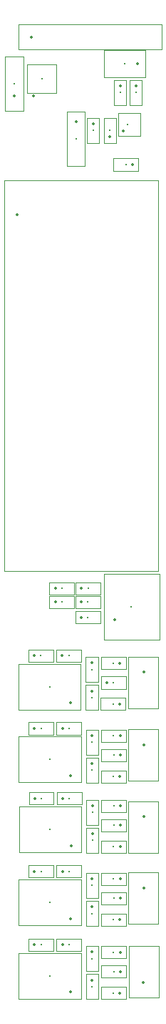
<source format=gbr>
%TF.GenerationSoftware,KiCad,Pcbnew,(6.0.6)*%
%TF.CreationDate,2022-09-06T13:28:06+02:00*%
%TF.ProjectId,PAINTREv4,5041494e-5452-4457-9634-2e6b69636164,rev?*%
%TF.SameCoordinates,Original*%
%TF.FileFunction,Component,L1,Top*%
%TF.FilePolarity,Positive*%
%FSLAX46Y46*%
G04 Gerber Fmt 4.6, Leading zero omitted, Abs format (unit mm)*
G04 Created by KiCad (PCBNEW (6.0.6)) date 2022-09-06 13:28:06*
%MOMM*%
%LPD*%
G01*
G04 APERTURE LIST*
%TA.AperFunction,ComponentMain*%
%ADD10C,0.300000*%
%TD*%
%TA.AperFunction,ComponentOutline,Courtyard*%
%ADD11C,0.100000*%
%TD*%
%TA.AperFunction,ComponentPin*%
%ADD12P,0.360000X4X0.000000*%
%TD*%
%TA.AperFunction,ComponentPin*%
%ADD13C,0.000000*%
%TD*%
G04 APERTURE END LIST*
D10*
%TO.C,"L5"*%
%TO.CFtp,"ferrite_bead_1206"*%
%TO.CVal,"Ferrite_Bead_Small"*%
%TO.CLbN,"Library"*%
%TO.CMnt,SMD*%
%TO.CRot,90*%
X126615000Y-39480000D03*
D11*
X127714999Y-42729999D02*
X125505001Y-42729999D01*
X125505001Y-36230001D01*
X127714999Y-36230001D01*
X127714999Y-42729999D01*
D12*
%TO.P,"L5","1"*%
X126615000Y-40880000D03*
D13*
%TO.P,"L5","2"*%
X126615000Y-38080000D03*
%TD*%
D10*
%TO.C,"C7"*%
%TO.CFtp,"C_1206_HandSoldering_silkscreenlabel"*%
%TO.CVal,"10u"*%
%TO.CLbN,"Library"*%
%TO.CMnt,SMD*%
%TO.CRot,-90*%
X134000000Y-46000000D03*
D11*
X135049999Y-49249999D02*
X132950001Y-49249999D01*
X132950001Y-42750001D01*
X135049999Y-42750001D01*
X135049999Y-49249999D01*
D12*
%TO.P,"C7","1"*%
X134000000Y-44000000D03*
D13*
%TO.P,"C7","2"*%
X134000000Y-48000000D03*
%TD*%
D10*
%TO.C,"F1"*%
%TO.CFtp,"Fuse_0603_1608Metric"*%
%TO.CVal,"Polyfuse"*%
%TO.CLbN,"Library"*%
%TO.CMnt,SMD*%
%TO.CRot,0*%
X135400000Y-102600000D03*
D11*
X136879999Y-103329999D02*
X133920001Y-103329999D01*
X133920001Y-101870001D01*
X136879999Y-101870001D01*
X136879999Y-103329999D01*
D12*
%TO.P,"F1","1"*%
X134612500Y-102600000D03*
D13*
%TO.P,"F1","2"*%
X136187500Y-102600000D03*
%TD*%
D10*
%TO.C,"Ri2cSDA1"*%
%TO.CFtp,"R_0603_1608Metric_fabdesignatorsmall"*%
%TO.CVal,"500"*%
%TO.CLbN,"Library"*%
%TO.CMnt,SMD*%
%TO.CRot,0*%
X135400000Y-100800000D03*
D11*
X136879999Y-101529999D02*
X133920001Y-101529999D01*
X133920001Y-100070001D01*
X136879999Y-100070001D01*
X136879999Y-101529999D01*
D12*
%TO.P,"Ri2cSDA1","1"*%
X134612500Y-100800000D03*
D13*
%TO.P,"Ri2cSDA1","2"*%
X136187500Y-100800000D03*
%TD*%
D10*
%TO.C,"Ri2cSCL2"*%
%TO.CFtp,"R_0603_1608Metric_fabdesignatorsmall"*%
%TO.CVal,"500"*%
%TO.CLbN,"Library"*%
%TO.CMnt,SMD*%
%TO.CRot,0*%
X132312500Y-99200000D03*
D11*
X133792499Y-99929999D02*
X130832501Y-99929999D01*
X130832501Y-98470001D01*
X133792499Y-98470001D01*
X133792499Y-99929999D01*
D12*
%TO.P,"Ri2cSCL2","1"*%
X131525000Y-99200000D03*
D13*
%TO.P,"Ri2cSCL2","2"*%
X133100000Y-99200000D03*
%TD*%
D10*
%TO.C,"Ri2cSDA2"*%
%TO.CFtp,"R_0603_1608Metric_fabdesignatorsmall"*%
%TO.CVal,"500"*%
%TO.CLbN,"Library"*%
%TO.CMnt,SMD*%
%TO.CRot,0*%
X132300000Y-100800000D03*
D11*
X133779999Y-101529999D02*
X130820001Y-101529999D01*
X130820001Y-100070001D01*
X133779999Y-100070001D01*
X133779999Y-101529999D01*
D12*
%TO.P,"Ri2cSDA2","1"*%
X131512500Y-100800000D03*
D13*
%TO.P,"Ri2cSDA2","2"*%
X133087500Y-100800000D03*
%TD*%
D10*
%TO.C,"Ri2cSCL1"*%
%TO.CFtp,"R_0603_1608Metric_fabdesignatorsmall"*%
%TO.CVal,"500"*%
%TO.CLbN,"Library"*%
%TO.CMnt,SMD*%
%TO.CRot,0*%
X135412500Y-99200000D03*
D11*
X136892499Y-99929999D02*
X133932501Y-99929999D01*
X133932501Y-98470001D01*
X136892499Y-98470001D01*
X136892499Y-99929999D01*
D12*
%TO.P,"Ri2cSCL1","1"*%
X134625000Y-99200000D03*
D13*
%TO.P,"Ri2cSCL1","2"*%
X136200000Y-99200000D03*
%TD*%
D10*
%TO.C,"J1"*%
%TO.CFtp,"PinSocket_1x08_P2.00mm_Vertical"*%
%TO.CVal,"ethernet"*%
%TO.CLbN,"Connector_PinSocket_2.00mm"*%
%TO.CMnt,TH*%
%TO.CRot,90*%
X128665000Y-33950000D03*
D11*
X144164999Y-35449999D02*
X127165001Y-35449999D01*
X127165001Y-32450001D01*
X144164999Y-32450001D01*
X144164999Y-35449999D01*
D12*
%TO.P,"J1","1","Pin_1"*%
X128665000Y-33950000D03*
D13*
%TO.P,"J1","2","Pin_2"*%
X130665000Y-33950000D03*
%TO.P,"J1","3","Pin_3"*%
X132665000Y-33950000D03*
%TO.P,"J1","4","Pin_4"*%
X134665000Y-33950000D03*
%TO.P,"J1","5","Pin_5"*%
X136665000Y-33950000D03*
%TO.P,"J1","6","Pin_6"*%
X138665000Y-33950000D03*
%TO.P,"J1","7","Pin_7"*%
X140665000Y-33950000D03*
%TO.P,"J1","8","Pin_8"*%
X142665000Y-33950000D03*
%TD*%
D10*
%TO.C,"J7"*%
%TO.CFtp,"JST_SH_SM04B-SRSS-TB_04x1.00mm_Angled"*%
%TO.CVal,"BN080"*%
%TO.CLbN,"Library"*%
%TO.CMnt,SMD*%
%TO.CRot,90*%
X140537500Y-101400000D03*
D11*
X143887499Y-105299999D02*
X137287501Y-105299999D01*
X137287501Y-97500001D01*
X143887499Y-97500001D01*
X143887499Y-105299999D01*
D12*
%TO.P,"J7","1","Pin_1"*%
X138600000Y-102900000D03*
D13*
%TO.P,"J7",*%
X142475000Y-98600000D03*
X142475000Y-104200000D03*
%TO.P,"J7","2","Pin_2"*%
X138600000Y-101900000D03*
%TO.P,"J7","3","Pin_3"*%
X138600000Y-100900000D03*
%TO.P,"J7","4","Pin_4"*%
X138600000Y-99900000D03*
%TD*%
D10*
%TO.C,"R54"*%
%TO.CFtp,"R_0603_1608Metric_fabdesignatorsmall"*%
%TO.CVal,"10k"*%
%TO.CLbN,"Library"*%
%TO.CMnt,SMD*%
%TO.CRot,180*%
X139927500Y-49050000D03*
D11*
X141407499Y-49779999D02*
X138447501Y-49779999D01*
X138447501Y-48320001D01*
X141407499Y-48320001D01*
X141407499Y-49779999D01*
D12*
%TO.P,"R54","1"*%
X140715000Y-49050000D03*
D13*
%TO.P,"R54","2"*%
X139140000Y-49050000D03*
%TD*%
D10*
%TO.C,"C26"*%
%TO.CFtp,"C_0603_1608Metric_fabdesignatorsmall"*%
%TO.CVal,".01u"*%
%TO.CLbN,"Library"*%
%TO.CMnt,SMD*%
%TO.CRot,180*%
X138482000Y-127206000D03*
D11*
X139961999Y-127935999D02*
X137002001Y-127935999D01*
X137002001Y-126476001D01*
X139961999Y-126476001D01*
X139961999Y-127935999D01*
D12*
%TO.P,"C26","1"*%
X139257000Y-127206000D03*
D13*
%TO.P,"C26","2"*%
X137707000Y-127206000D03*
%TD*%
D10*
%TO.C,"R16"*%
%TO.CFtp,"R_0603_1608Metric_fabdesignatorsmall"*%
%TO.CVal,"1M"*%
%TO.CLbN,"Library"*%
%TO.CMnt,SMD*%
%TO.CRot,0*%
X129861500Y-124031000D03*
D11*
X131341499Y-124760999D02*
X128381501Y-124760999D01*
X128381501Y-123301001D01*
X131341499Y-123301001D01*
X131341499Y-124760999D01*
D12*
%TO.P,"R16","1"*%
X129074000Y-124031000D03*
D13*
%TO.P,"R16","2"*%
X130649000Y-124031000D03*
%TD*%
D10*
%TO.C,"C22"*%
%TO.CFtp,"C_0603_1608Metric_fabdesignatorsmall"*%
%TO.CVal,".1u"*%
%TO.CLbN,"Library"*%
%TO.CMnt,SMD*%
%TO.CRot,-90*%
X135904000Y-146311000D03*
D11*
X136633999Y-147790999D02*
X135174001Y-147790999D01*
X135174001Y-144831001D01*
X136633999Y-144831001D01*
X136633999Y-147790999D01*
D12*
%TO.P,"C22","1"*%
X135904000Y-145536000D03*
D13*
%TO.P,"C22","2"*%
X135904000Y-147086000D03*
%TD*%
D10*
%TO.C,"R57"*%
%TO.CFtp,"R_1210_3225Metric_Pad1.30x2.65mm_HandSolder"*%
%TO.CVal,"120r"*%
%TO.CLbN,"Resistor_SMD"*%
%TO.CMnt,SMD*%
%TO.CRot,180*%
X139750000Y-37100000D03*
D11*
X142199999Y-38679999D02*
X137300001Y-38679999D01*
X137300001Y-35520001D01*
X142199999Y-35520001D01*
X142199999Y-38679999D01*
D12*
%TO.P,"R57","1"*%
X141300000Y-37100000D03*
D13*
%TO.P,"R57","2"*%
X138200000Y-37100000D03*
%TD*%
D10*
%TO.C,"C20"*%
%TO.CFtp,"C_0603_1608Metric_fabdesignatorsmall"*%
%TO.CVal,".1u"*%
%TO.CLbN,"Library"*%
%TO.CMnt,SMD*%
%TO.CRot,-90*%
X135904000Y-142983000D03*
D11*
X136633999Y-144462999D02*
X135174001Y-144462999D01*
X135174001Y-141503001D01*
X136633999Y-141503001D01*
X136633999Y-144462999D01*
D12*
%TO.P,"C20","1"*%
X135904000Y-142208000D03*
D13*
%TO.P,"C20","2"*%
X135904000Y-143758000D03*
%TD*%
D10*
%TO.C,"C18"*%
%TO.CFtp,"C_0603_1608Metric_fabdesignatorsmall"*%
%TO.CVal,".1u"*%
%TO.CLbN,"Library"*%
%TO.CMnt,SMD*%
%TO.CRot,0*%
X133151000Y-115750000D03*
D11*
X134630999Y-116479999D02*
X131671001Y-116479999D01*
X131671001Y-115020001D01*
X134630999Y-115020001D01*
X134630999Y-116479999D01*
D12*
%TO.P,"C18","1"*%
X132376000Y-115750000D03*
D13*
%TO.P,"C18","2"*%
X133926000Y-115750000D03*
%TD*%
D10*
%TO.C,"U3"*%
%TO.CFtp,"SOIC-8_3.9x4.9mm_P1.27mm"*%
%TO.CVal,"MAX31855KASA"*%
%TO.CLbN,"Package_SO"*%
%TO.CMnt,SMD*%
%TO.CRot,180*%
X130903000Y-127714000D03*
D11*
X134602999Y-130413999D02*
X127203001Y-130413999D01*
X127203001Y-125014001D01*
X134602999Y-125014001D01*
X134602999Y-130413999D01*
D12*
%TO.P,"U3","1","GND"*%
X133378000Y-129619000D03*
D13*
%TO.P,"U3","2","T-"*%
X133378000Y-128349000D03*
%TO.P,"U3","3","T+"*%
X133378000Y-127079000D03*
%TO.P,"U3","4","VCC"*%
X133378000Y-125809000D03*
%TO.P,"U3","5","SCK"*%
X128428000Y-125809000D03*
%TO.P,"U3","6","~{CS}"*%
X128428000Y-127079000D03*
%TO.P,"U3","7","SO"*%
X128428000Y-128349000D03*
%TO.P,"U3","8"*%
X128428000Y-129619000D03*
%TD*%
D10*
%TO.C,"C34"*%
%TO.CFtp,"C_0603_1608Metric_fabdesignatorsmall"*%
%TO.CVal,".1u"*%
%TO.CLbN,"Library"*%
%TO.CMnt,SMD*%
%TO.CRot,-90*%
X135904000Y-137648000D03*
D11*
X136633999Y-139127999D02*
X135174001Y-139127999D01*
X135174001Y-136168001D01*
X136633999Y-136168001D01*
X136633999Y-139127999D01*
D12*
%TO.P,"C34","1"*%
X135904000Y-136873000D03*
D13*
%TO.P,"C34","2"*%
X135904000Y-138423000D03*
%TD*%
D10*
%TO.C,"C1"*%
%TO.CFtp,"C_0603_1608Metric_fabdesignatorsmall"*%
%TO.CVal,".1u"*%
%TO.CLbN,"Library"*%
%TO.CMnt,SMD*%
%TO.CRot,0*%
X133151000Y-141345000D03*
D11*
X134630999Y-142074999D02*
X131671001Y-142074999D01*
X131671001Y-140615001D01*
X134630999Y-140615001D01*
X134630999Y-142074999D01*
D12*
%TO.P,"C1","1"*%
X132376000Y-141345000D03*
D13*
%TO.P,"C1","2"*%
X133926000Y-141345000D03*
%TD*%
D10*
%TO.C,"R23"*%
%TO.CFtp,"R_0603_1608Metric_fabdesignatorsmall"*%
%TO.CVal,"500"*%
%TO.CLbN,"Library"*%
%TO.CMnt,SMD*%
%TO.CRot,180*%
X138444000Y-142234000D03*
D11*
X139923999Y-142963999D02*
X136964001Y-142963999D01*
X136964001Y-141504001D01*
X139923999Y-141504001D01*
X139923999Y-142963999D01*
D12*
%TO.P,"R23","1"*%
X139231500Y-142234000D03*
D13*
%TO.P,"R23","2"*%
X137656500Y-142234000D03*
%TD*%
D10*
%TO.C,"R18"*%
%TO.CFtp,"R_0603_1608Metric_fabdesignatorsmall"*%
%TO.CVal,"1M"*%
%TO.CLbN,"Library"*%
%TO.CMnt,SMD*%
%TO.CRot,0*%
X129811500Y-107150000D03*
D11*
X131291499Y-107879999D02*
X128331501Y-107879999D01*
X128331501Y-106420001D01*
X131291499Y-106420001D01*
X131291499Y-107879999D01*
D12*
%TO.P,"R18","1"*%
X129024000Y-107150000D03*
D13*
%TO.P,"R18","2"*%
X130599000Y-107150000D03*
%TD*%
D10*
%TO.C,"C8"*%
%TO.CFtp,"C_0603_1608Metric_fabdesignatorsmall"*%
%TO.CVal,".1u"*%
%TO.CLbN,"Library"*%
%TO.CMnt,SMD*%
%TO.CRot,-90*%
X135879000Y-108788000D03*
D11*
X136608999Y-110267999D02*
X135149001Y-110267999D01*
X135149001Y-107308001D01*
X136608999Y-107308001D01*
X136608999Y-110267999D01*
D12*
%TO.P,"C8","1"*%
X135879000Y-108013000D03*
D13*
%TO.P,"C8","2"*%
X135879000Y-109563000D03*
%TD*%
D10*
%TO.C,"C28"*%
%TO.CFtp,"C_0603_1608Metric_fabdesignatorsmall"*%
%TO.CVal,".01u"*%
%TO.CLbN,"Library"*%
%TO.CMnt,SMD*%
%TO.CRot,180*%
X138457000Y-118920000D03*
D11*
X139936999Y-119649999D02*
X136977001Y-119649999D01*
X136977001Y-118190001D01*
X139936999Y-118190001D01*
X139936999Y-119649999D01*
D12*
%TO.P,"C28","1"*%
X139232000Y-118920000D03*
D13*
%TO.P,"C28","2"*%
X137682000Y-118920000D03*
%TD*%
D10*
%TO.C,"C29"*%
%TO.CFtp,"C_0603_1608Metric_fabdesignatorsmall"*%
%TO.CVal,".01u"*%
%TO.CLbN,"Library"*%
%TO.CMnt,SMD*%
%TO.CRot,0*%
X138444000Y-110345000D03*
D11*
X139923999Y-111074999D02*
X136964001Y-111074999D01*
X136964001Y-109615001D01*
X139923999Y-109615001D01*
X139923999Y-111074999D01*
D12*
%TO.P,"C29","1"*%
X137669000Y-110345000D03*
D13*
%TO.P,"C29","2"*%
X139219000Y-110345000D03*
%TD*%
D10*
%TO.C,"J4"*%
%TO.CFtp,"PinSocket_1x02_P2.54mm_Vertical"*%
%TO.CVal,"TC3"*%
%TO.CLbN,"Connector_PinSocket_2.54mm"*%
%TO.CMnt,TH*%
%TO.CRot,0*%
X142025000Y-126210000D03*
D11*
X143774999Y-130509999D02*
X140225001Y-130509999D01*
X140225001Y-124410001D01*
X143774999Y-124410001D01*
X143774999Y-130509999D01*
D12*
%TO.P,"J4","1","Pin_1"*%
X142025000Y-126210000D03*
D13*
%TO.P,"J4","2","Pin_2"*%
X142025000Y-128750000D03*
%TD*%
D10*
%TO.C,"R55"*%
%TO.CFtp,"R_0603_1608Metric_fabdesignatorsmall"*%
%TO.CVal,"10R"*%
%TO.CLbN,"Library"*%
%TO.CMnt,SMD*%
%TO.CRot,-90*%
X141110000Y-40500000D03*
D11*
X141839999Y-41979999D02*
X140380001Y-41979999D01*
X140380001Y-39020001D01*
X141839999Y-39020001D01*
X141839999Y-41979999D01*
D12*
%TO.P,"R55","1"*%
X141110000Y-39712500D03*
D13*
%TO.P,"R55","2"*%
X141110000Y-41287500D03*
%TD*%
D10*
%TO.C,"R14"*%
%TO.CFtp,"R_0603_1608Metric_fabdesignatorsmall"*%
%TO.CVal,"1M"*%
%TO.CLbN,"Library"*%
%TO.CMnt,SMD*%
%TO.CRot,0*%
X129836500Y-132682000D03*
D11*
X131316499Y-133411999D02*
X128356501Y-133411999D01*
X128356501Y-131952001D01*
X131316499Y-131952001D01*
X131316499Y-133411999D01*
D12*
%TO.P,"R14","1"*%
X129049000Y-132682000D03*
D13*
%TO.P,"R14","2"*%
X130624000Y-132682000D03*
%TD*%
D10*
%TO.C,"J5"*%
%TO.CFtp,"PinSocket_1x02_P2.54mm_Vertical"*%
%TO.CVal,"TC4"*%
%TO.CLbN,"Connector_PinSocket_2.54mm"*%
%TO.CMnt,TH*%
%TO.CRot,0*%
X142025000Y-117670000D03*
D11*
X143774999Y-121969999D02*
X140225001Y-121969999D01*
X140225001Y-115870001D01*
X143774999Y-115870001D01*
X143774999Y-121969999D01*
D12*
%TO.P,"J5","1","Pin_1"*%
X142025000Y-117670000D03*
D13*
%TO.P,"J5","2","Pin_2"*%
X142025000Y-120210000D03*
%TD*%
D10*
%TO.C,"C17"*%
%TO.CFtp,"C_0603_1608Metric_fabdesignatorsmall"*%
%TO.CVal,".1u"*%
%TO.CLbN,"Library"*%
%TO.CMnt,SMD*%
%TO.CRot,0*%
X133176000Y-124031000D03*
D11*
X134655999Y-124760999D02*
X131696001Y-124760999D01*
X131696001Y-123301001D01*
X134655999Y-123301001D01*
X134655999Y-124760999D01*
D12*
%TO.P,"C17","1"*%
X132401000Y-124031000D03*
D13*
%TO.P,"C17","2"*%
X133951000Y-124031000D03*
%TD*%
D10*
%TO.C,"R5"*%
%TO.CFtp,"R_0603_1608Metric_fabdesignatorsmall"*%
%TO.CVal,"500"*%
%TO.CLbN,"Library"*%
%TO.CMnt,SMD*%
%TO.CRot,180*%
X138419000Y-108039000D03*
D11*
X139898999Y-108768999D02*
X136939001Y-108768999D01*
X136939001Y-107309001D01*
X139898999Y-107309001D01*
X139898999Y-108768999D01*
D12*
%TO.P,"R5","1"*%
X139206500Y-108039000D03*
D13*
%TO.P,"R5","2"*%
X137631500Y-108039000D03*
%TD*%
D10*
%TO.C,"C4"*%
%TO.CFtp,"C_0603_1608Metric_fabdesignatorsmall"*%
%TO.CVal,".1u"*%
%TO.CLbN,"Library"*%
%TO.CMnt,SMD*%
%TO.CRot,-90*%
X135929000Y-128997000D03*
D11*
X136658999Y-130476999D02*
X135199001Y-130476999D01*
X135199001Y-127517001D01*
X136658999Y-127517001D01*
X136658999Y-130476999D01*
D12*
%TO.P,"C4","1"*%
X135929000Y-128222000D03*
D13*
%TO.P,"C4","2"*%
X135929000Y-129772000D03*
%TD*%
D10*
%TO.C,"A1"*%
%TO.CFtp,"Arduino_Nano"*%
%TO.CVal,"Arduino_Nano_Every"*%
%TO.CLbN,"Module"*%
%TO.CMnt,TH*%
%TO.CRot,0*%
X127000000Y-55000000D03*
D11*
X143749999Y-97159999D02*
X125470001Y-97159999D01*
X125470001Y-50940001D01*
X143749999Y-50940001D01*
X143749999Y-97159999D01*
D12*
%TO.P,"A1","1","TX1"*%
X127000000Y-55000000D03*
D13*
%TO.P,"A1","2","RX1"*%
X127000000Y-57540000D03*
%TO.P,"A1","3","~{RESET}"*%
X127000000Y-60080000D03*
%TO.P,"A1","4","GND"*%
X127000000Y-62620000D03*
%TO.P,"A1","5","D2"*%
X127000000Y-65160000D03*
%TO.P,"A1","6","D3"*%
X127000000Y-67700000D03*
%TO.P,"A1","7","D4"*%
X127000000Y-70240000D03*
%TO.P,"A1","8","D5"*%
X127000000Y-72780000D03*
%TO.P,"A1","9","D6"*%
X127000000Y-75320000D03*
%TO.P,"A1","10","D7"*%
X127000000Y-77860000D03*
%TO.P,"A1","11","D8"*%
X127000000Y-80400000D03*
%TO.P,"A1","12","D9"*%
X127000000Y-82940000D03*
%TO.P,"A1","13","D10"*%
X127000000Y-85480000D03*
%TO.P,"A1","14","MOSI"*%
X127000000Y-88020000D03*
%TO.P,"A1","15","MISO"*%
X127000000Y-90560000D03*
%TO.P,"A1","16","SCK"*%
X142240000Y-90560000D03*
%TO.P,"A1","17","3V3"*%
X142240000Y-88020000D03*
%TO.P,"A1","18","AREF"*%
X142240000Y-85480000D03*
%TO.P,"A1","19","A0"*%
X142240000Y-82940000D03*
%TO.P,"A1","20","A1"*%
X142240000Y-80400000D03*
%TO.P,"A1","21","A2"*%
X142240000Y-77860000D03*
%TO.P,"A1","22","A3"*%
X142240000Y-75320000D03*
%TO.P,"A1","23","SDA/A4"*%
X142240000Y-72780000D03*
%TO.P,"A1","24","SCL/A5"*%
X142240000Y-70240000D03*
%TO.P,"A1","25","A6"*%
X142240000Y-67700000D03*
%TO.P,"A1","26","A7"*%
X142240000Y-65160000D03*
%TO.P,"A1","27","+5V"*%
X142240000Y-62620000D03*
%TO.P,"A1","28","~{RESET}"*%
X142240000Y-60080000D03*
%TO.P,"A1","29","GND"*%
X142240000Y-57540000D03*
%TO.P,"A1","30","VIN"*%
X142240000Y-55000000D03*
%TD*%
D10*
%TO.C,"C2"*%
%TO.CFtp,"C_0603_1608Metric_fabdesignatorsmall"*%
%TO.CVal,".1u"*%
%TO.CLbN,"Library"*%
%TO.CMnt,SMD*%
%TO.CRot,-90*%
X135904000Y-134320000D03*
D11*
X136633999Y-135799999D02*
X135174001Y-135799999D01*
X135174001Y-132840001D01*
X136633999Y-132840001D01*
X136633999Y-135799999D01*
D12*
%TO.P,"C2","1"*%
X135904000Y-133545000D03*
D13*
%TO.P,"C2","2"*%
X135904000Y-135095000D03*
%TD*%
D10*
%TO.C,"J3"*%
%TO.CFtp,"PinSocket_1x02_P2.54mm_Vertical"*%
%TO.CVal,"TC2"*%
%TO.CLbN,"Connector_PinSocket_2.54mm"*%
%TO.CMnt,TH*%
%TO.CRot,0*%
X142025000Y-134607000D03*
D11*
X143774999Y-138906999D02*
X140225001Y-138906999D01*
X140225001Y-132807001D01*
X143774999Y-132807001D01*
X143774999Y-138906999D01*
D12*
%TO.P,"J3","1","Pin_1"*%
X142025000Y-134607000D03*
D13*
%TO.P,"J3","2","Pin_2"*%
X142025000Y-137147000D03*
%TD*%
D10*
%TO.C,"U2"*%
%TO.CFtp,"SOIC-8_3.9x4.9mm_P1.27mm"*%
%TO.CVal,"MAX31855KASA"*%
%TO.CLbN,"Package_SO"*%
%TO.CMnt,SMD*%
%TO.CRot,180*%
X130878000Y-136365000D03*
D11*
X134577999Y-139064999D02*
X127178001Y-139064999D01*
X127178001Y-133665001D01*
X134577999Y-133665001D01*
X134577999Y-139064999D01*
D12*
%TO.P,"U2","1","GND"*%
X133353000Y-138270000D03*
D13*
%TO.P,"U2","2","T-"*%
X133353000Y-137000000D03*
%TO.P,"U2","3","T+"*%
X133353000Y-135730000D03*
%TO.P,"U2","4","VCC"*%
X133353000Y-134460000D03*
%TO.P,"U2","5","SCK"*%
X128403000Y-134460000D03*
%TO.P,"U2","6","~{CS}"*%
X128403000Y-135730000D03*
%TO.P,"U2","7","SO"*%
X128403000Y-137000000D03*
%TO.P,"U2","8"*%
X128403000Y-138270000D03*
%TD*%
D10*
%TO.C,"R1"*%
%TO.CFtp,"R_0603_1608Metric_fabdesignatorsmall"*%
%TO.CVal,"500"*%
%TO.CLbN,"Library"*%
%TO.CMnt,SMD*%
%TO.CRot,180*%
X138469000Y-124920000D03*
D11*
X139948999Y-125649999D02*
X136989001Y-125649999D01*
X136989001Y-124190001D01*
X139948999Y-124190001D01*
X139948999Y-125649999D01*
D12*
%TO.P,"R1","1"*%
X139256500Y-124920000D03*
D13*
%TO.P,"R1","2"*%
X137681500Y-124920000D03*
%TD*%
D10*
%TO.C,"R13"*%
%TO.CFtp,"R_0603_1608Metric_fabdesignatorsmall"*%
%TO.CVal,"500"*%
%TO.CLbN,"Library"*%
%TO.CMnt,SMD*%
%TO.CRot,180*%
X138444000Y-133571000D03*
D11*
X139923999Y-134300999D02*
X136964001Y-134300999D01*
X136964001Y-132841001D01*
X139923999Y-132841001D01*
X139923999Y-134300999D01*
D12*
%TO.P,"R13","1"*%
X139231500Y-133571000D03*
D13*
%TO.P,"R13","2"*%
X137656500Y-133571000D03*
%TD*%
D10*
%TO.C,"C25"*%
%TO.CFtp,"C_0603_1608Metric_fabdesignatorsmall"*%
%TO.CVal,".01u"*%
%TO.CLbN,"Library"*%
%TO.CMnt,SMD*%
%TO.CRot,180*%
X138457000Y-144520000D03*
D11*
X139936999Y-145249999D02*
X136977001Y-145249999D01*
X136977001Y-143790001D01*
X139936999Y-143790001D01*
X139936999Y-145249999D01*
D12*
%TO.P,"C25","1"*%
X139232000Y-144520000D03*
D13*
%TO.P,"C25","2"*%
X137682000Y-144520000D03*
%TD*%
D10*
%TO.C,"C5"*%
%TO.CFtp,"C_0603_1608Metric_fabdesignatorsmall"*%
%TO.CVal,".1u"*%
%TO.CLbN,"Library"*%
%TO.CMnt,SMD*%
%TO.CRot,-90*%
X135904000Y-117383000D03*
D11*
X136633999Y-118862999D02*
X135174001Y-118862999D01*
X135174001Y-115903001D01*
X136633999Y-115903001D01*
X136633999Y-118862999D01*
D12*
%TO.P,"C5","1"*%
X135904000Y-116608000D03*
D13*
%TO.P,"C5","2"*%
X135904000Y-118158000D03*
%TD*%
D10*
%TO.C,"U4"*%
%TO.CFtp,"SOIC-8_3.9x4.9mm_P1.27mm"*%
%TO.CVal,"MAX31855KASA"*%
%TO.CLbN,"Package_SO"*%
%TO.CMnt,SMD*%
%TO.CRot,180*%
X130878000Y-119428000D03*
D11*
X134577999Y-122127999D02*
X127178001Y-122127999D01*
X127178001Y-116728001D01*
X134577999Y-116728001D01*
X134577999Y-122127999D01*
D12*
%TO.P,"U4","1","GND"*%
X133353000Y-121333000D03*
D13*
%TO.P,"U4","2","T-"*%
X133353000Y-120063000D03*
%TO.P,"U4","3","T+"*%
X133353000Y-118793000D03*
%TO.P,"U4","4","VCC"*%
X133353000Y-117523000D03*
%TO.P,"U4","5","SCK"*%
X128403000Y-117523000D03*
%TO.P,"U4","6","~{CS}"*%
X128403000Y-118793000D03*
%TO.P,"U4","7","SO"*%
X128403000Y-120063000D03*
%TO.P,"U4","8"*%
X128403000Y-121333000D03*
%TD*%
D10*
%TO.C,"J2"*%
%TO.CFtp,"PinSocket_1x02_P2.54mm_Vertical"*%
%TO.CVal,"TC1"*%
%TO.CLbN,"Connector_PinSocket_2.54mm"*%
%TO.CMnt,TH*%
%TO.CRot,180*%
X142000000Y-145790000D03*
D11*
X143799999Y-147589999D02*
X140250001Y-147589999D01*
X140250001Y-141490001D01*
X143799999Y-141490001D01*
X143799999Y-147589999D01*
D12*
%TO.P,"J2","1","Pin_1"*%
X142000000Y-145790000D03*
D13*
%TO.P,"J2","2","Pin_2"*%
X142000000Y-143250000D03*
%TD*%
D10*
%TO.C,"J6"*%
%TO.CFtp,"PinSocket_1x02_P2.54mm_Vertical"*%
%TO.CVal,"TC5"*%
%TO.CLbN,"Connector_PinSocket_2.54mm"*%
%TO.CMnt,TH*%
%TO.CRot,0*%
X142025000Y-109095000D03*
D11*
X143774999Y-113394999D02*
X140225001Y-113394999D01*
X140225001Y-107295001D01*
X143774999Y-107295001D01*
X143774999Y-113394999D01*
D12*
%TO.P,"J6","1","Pin_1"*%
X142025000Y-109095000D03*
D13*
%TO.P,"J6","2","Pin_2"*%
X142025000Y-111635000D03*
%TD*%
D10*
%TO.C,"C9"*%
%TO.CFtp,"C_0603_1608Metric_fabdesignatorsmall"*%
%TO.CVal,".1u"*%
%TO.CLbN,"Library"*%
%TO.CMnt,SMD*%
%TO.CRot,-90*%
X135879000Y-112116000D03*
D11*
X136608999Y-113595999D02*
X135149001Y-113595999D01*
X135149001Y-110636001D01*
X136608999Y-110636001D01*
X136608999Y-113595999D01*
D12*
%TO.P,"C9","1"*%
X135879000Y-111341000D03*
D13*
%TO.P,"C9","2"*%
X135879000Y-112891000D03*
%TD*%
D10*
%TO.C,"R6"*%
%TO.CFtp,"R_0603_1608Metric_fabdesignatorsmall"*%
%TO.CVal,"500"*%
%TO.CLbN,"Library"*%
%TO.CMnt,SMD*%
%TO.CRot,180*%
X138393500Y-112865000D03*
D11*
X139873499Y-113594999D02*
X136913501Y-113594999D01*
X136913501Y-112135001D01*
X139873499Y-112135001D01*
X139873499Y-113594999D01*
D12*
%TO.P,"R6","1"*%
X139181000Y-112865000D03*
D13*
%TO.P,"R6","2"*%
X137606000Y-112865000D03*
%TD*%
D10*
%TO.C,"R56"*%
%TO.CFtp,"R_0603_1608Metric_fabdesignatorsmall"*%
%TO.CVal,"10R"*%
%TO.CLbN,"Library"*%
%TO.CMnt,SMD*%
%TO.CRot,-90*%
X139240000Y-40530000D03*
D11*
X139969999Y-42009999D02*
X138510001Y-42009999D01*
X138510001Y-39050001D01*
X139969999Y-39050001D01*
X139969999Y-42009999D01*
D12*
%TO.P,"R56","1"*%
X139240000Y-39742500D03*
D13*
%TO.P,"R56","2"*%
X139240000Y-41317500D03*
%TD*%
D10*
%TO.C,"U6"*%
%TO.CFtp,"SOT-5X3-8"*%
%TO.CVal,"~"*%
%TO.CLbN,"Library"*%
%TO.CMnt,TH*%
%TO.CRot,90*%
X140090000Y-44300000D03*
D11*
X141589999Y-45614999D02*
X139040001Y-45614999D01*
X139040001Y-42985001D01*
X141589999Y-42985001D01*
X141589999Y-45614999D01*
D12*
%TO.P,"U6","1","RO"*%
X139590000Y-45035000D03*
D13*
%TO.P,"U6","2","~{RE}"*%
X140090000Y-45035000D03*
%TO.P,"U6","3","DE"*%
X140590000Y-45035000D03*
%TO.P,"U6","4","DI"*%
X141090000Y-45035000D03*
%TO.P,"U6","5","GND"*%
X141090000Y-43565000D03*
%TO.P,"U6","6","A"*%
X140590000Y-43565000D03*
%TO.P,"U6","7","B"*%
X140090000Y-43565000D03*
%TO.P,"U6","8","VCC"*%
X139590000Y-43565000D03*
%TD*%
D10*
%TO.C,"R20"*%
%TO.CFtp,"R_0603_1608Metric_fabdesignatorsmall"*%
%TO.CVal,"1M"*%
%TO.CLbN,"Library"*%
%TO.CMnt,SMD*%
%TO.CRot,0*%
X129836500Y-141345000D03*
D11*
X131316499Y-142074999D02*
X128356501Y-142074999D01*
X128356501Y-140615001D01*
X131316499Y-140615001D01*
X131316499Y-142074999D01*
D12*
%TO.P,"R20","1"*%
X129049000Y-141345000D03*
D13*
%TO.P,"R20","2"*%
X130624000Y-141345000D03*
%TD*%
D10*
%TO.C,"R4"*%
%TO.CFtp,"R_0603_1608Metric_fabdesignatorsmall"*%
%TO.CVal,"500"*%
%TO.CLbN,"Library"*%
%TO.CMnt,SMD*%
%TO.CRot,180*%
X138418500Y-121460000D03*
D11*
X139898499Y-122189999D02*
X136938501Y-122189999D01*
X136938501Y-120730001D01*
X139898499Y-120730001D01*
X139898499Y-122189999D01*
D12*
%TO.P,"R4","1"*%
X139206000Y-121460000D03*
D13*
%TO.P,"R4","2"*%
X137631000Y-121460000D03*
%TD*%
D10*
%TO.C,"R15"*%
%TO.CFtp,"R_0603_1608Metric_fabdesignatorsmall"*%
%TO.CVal,"500"*%
%TO.CLbN,"Library"*%
%TO.CMnt,SMD*%
%TO.CRot,180*%
X138418500Y-138397000D03*
D11*
X139898499Y-139126999D02*
X136938501Y-139126999D01*
X136938501Y-137667001D01*
X139898499Y-137667001D01*
X139898499Y-139126999D01*
D12*
%TO.P,"R15","1"*%
X139206000Y-138397000D03*
D13*
%TO.P,"R15","2"*%
X137631000Y-138397000D03*
%TD*%
D10*
%TO.C,"R24"*%
%TO.CFtp,"R_0603_1608Metric_fabdesignatorsmall"*%
%TO.CVal,"500"*%
%TO.CLbN,"Library"*%
%TO.CMnt,SMD*%
%TO.CRot,180*%
X138418500Y-147060000D03*
D11*
X139898499Y-147789999D02*
X136938501Y-147789999D01*
X136938501Y-146330001D01*
X139898499Y-146330001D01*
X139898499Y-147789999D01*
D12*
%TO.P,"R24","1"*%
X139206000Y-147060000D03*
D13*
%TO.P,"R24","2"*%
X137631000Y-147060000D03*
%TD*%
D10*
%TO.C,"R2"*%
%TO.CFtp,"R_0603_1608Metric_fabdesignatorsmall"*%
%TO.CVal,"500"*%
%TO.CLbN,"Library"*%
%TO.CMnt,SMD*%
%TO.CRot,180*%
X138443500Y-129746000D03*
D11*
X139923499Y-130475999D02*
X136963501Y-130475999D01*
X136963501Y-129016001D01*
X139923499Y-129016001D01*
X139923499Y-130475999D01*
D12*
%TO.P,"R2","1"*%
X139231000Y-129746000D03*
D13*
%TO.P,"R2","2"*%
X137656000Y-129746000D03*
%TD*%
D10*
%TO.C,"C27"*%
%TO.CFtp,"C_0603_1608Metric_fabdesignatorsmall"*%
%TO.CVal,".01u"*%
%TO.CLbN,"Library"*%
%TO.CMnt,SMD*%
%TO.CRot,180*%
X138457000Y-135857000D03*
D11*
X139936999Y-136586999D02*
X136977001Y-136586999D01*
X136977001Y-135127001D01*
X139936999Y-135127001D01*
X139936999Y-136586999D01*
D12*
%TO.P,"C27","1"*%
X139232000Y-135857000D03*
D13*
%TO.P,"C27","2"*%
X137682000Y-135857000D03*
%TD*%
D10*
%TO.C,"U5"*%
%TO.CFtp,"SOIC-8_3.9x4.9mm_P1.27mm"*%
%TO.CVal,"MAX31855KASA"*%
%TO.CLbN,"Package_SO"*%
%TO.CMnt,SMD*%
%TO.CRot,180*%
X130853000Y-110833000D03*
D11*
X134552999Y-113532999D02*
X127153001Y-113532999D01*
X127153001Y-108133001D01*
X134552999Y-108133001D01*
X134552999Y-113532999D01*
D12*
%TO.P,"U5","1","GND"*%
X133328000Y-112738000D03*
D13*
%TO.P,"U5","2","T-"*%
X133328000Y-111468000D03*
%TO.P,"U5","3","T+"*%
X133328000Y-110198000D03*
%TO.P,"U5","4","VCC"*%
X133328000Y-108928000D03*
%TO.P,"U5","5","SCK"*%
X128378000Y-108928000D03*
%TO.P,"U5","6","~{CS}"*%
X128378000Y-110198000D03*
%TO.P,"U5","7","SO"*%
X128378000Y-111468000D03*
%TO.P,"U5","8"*%
X128378000Y-112738000D03*
%TD*%
D10*
%TO.C,"R53"*%
%TO.CFtp,"R_0603_1608Metric_fabdesignatorsmall"*%
%TO.CVal,"10k"*%
%TO.CLbN,"Library"*%
%TO.CMnt,SMD*%
%TO.CRot,-90*%
X136000000Y-45000000D03*
D11*
X136729999Y-46479999D02*
X135270001Y-46479999D01*
X135270001Y-43520001D01*
X136729999Y-43520001D01*
X136729999Y-46479999D01*
D12*
%TO.P,"R53","1"*%
X136000000Y-44212500D03*
D13*
%TO.P,"R53","2"*%
X136000000Y-45787500D03*
%TD*%
D10*
%TO.C,"C16"*%
%TO.CFtp,"C_0603_1608Metric_fabdesignatorsmall"*%
%TO.CVal,".1u"*%
%TO.CLbN,"Library"*%
%TO.CMnt,SMD*%
%TO.CRot,0*%
X133151000Y-132682000D03*
D11*
X134630999Y-133411999D02*
X131671001Y-133411999D01*
X131671001Y-131952001D01*
X134630999Y-131952001D01*
X134630999Y-133411999D01*
D12*
%TO.P,"C16","1"*%
X132376000Y-132682000D03*
D13*
%TO.P,"C16","2"*%
X133926000Y-132682000D03*
%TD*%
D10*
%TO.C,"C19"*%
%TO.CFtp,"C_0603_1608Metric_fabdesignatorsmall"*%
%TO.CVal,".1u"*%
%TO.CLbN,"Library"*%
%TO.CMnt,SMD*%
%TO.CRot,0*%
X133126000Y-107150000D03*
D11*
X134605999Y-107879999D02*
X131646001Y-107879999D01*
X131646001Y-106420001D01*
X134605999Y-106420001D01*
X134605999Y-107879999D01*
D12*
%TO.P,"C19","1"*%
X132351000Y-107150000D03*
D13*
%TO.P,"C19","2"*%
X133901000Y-107150000D03*
%TD*%
D10*
%TO.C,"R17"*%
%TO.CFtp,"R_0603_1608Metric_fabdesignatorsmall"*%
%TO.CVal,"1M"*%
%TO.CLbN,"Library"*%
%TO.CMnt,SMD*%
%TO.CRot,0*%
X129836500Y-115750000D03*
D11*
X131316499Y-116479999D02*
X128356501Y-116479999D01*
X128356501Y-115020001D01*
X131316499Y-115020001D01*
X131316499Y-116479999D01*
D12*
%TO.P,"R17","1"*%
X129049000Y-115750000D03*
D13*
%TO.P,"R17","2"*%
X130624000Y-115750000D03*
%TD*%
D10*
%TO.C,"C6"*%
%TO.CFtp,"C_0603_1608Metric_fabdesignatorsmall"*%
%TO.CVal,".1u"*%
%TO.CLbN,"Library"*%
%TO.CMnt,SMD*%
%TO.CRot,-90*%
X135904000Y-120711000D03*
D11*
X136633999Y-122190999D02*
X135174001Y-122190999D01*
X135174001Y-119231001D01*
X136633999Y-119231001D01*
X136633999Y-122190999D01*
D12*
%TO.P,"C6","1"*%
X135904000Y-119936000D03*
D13*
%TO.P,"C6","2"*%
X135904000Y-121486000D03*
%TD*%
D10*
%TO.C,"C36"*%
%TO.CFtp,"C_0603_1608Metric_fabdesignatorsmall"*%
%TO.CVal,".1u"*%
%TO.CLbN,"Library"*%
%TO.CMnt,SMD*%
%TO.CRot,90*%
X138000000Y-45000000D03*
D11*
X138729999Y-46479999D02*
X137270001Y-46479999D01*
X137270001Y-43520001D01*
X138729999Y-43520001D01*
X138729999Y-46479999D01*
D12*
%TO.P,"C36","1"*%
X138000000Y-45775000D03*
D13*
%TO.P,"C36","2"*%
X138000000Y-44225000D03*
%TD*%
D10*
%TO.C,"U1"*%
%TO.CFtp,"SOIC-8_3.9x4.9mm_P1.27mm"*%
%TO.CVal,"MAX31855KASA"*%
%TO.CLbN,"Package_SO"*%
%TO.CMnt,SMD*%
%TO.CRot,180*%
X130878000Y-145028000D03*
D11*
X134577999Y-147727999D02*
X127178001Y-147727999D01*
X127178001Y-142328001D01*
X134577999Y-142328001D01*
X134577999Y-147727999D01*
D12*
%TO.P,"U1","1","GND"*%
X133353000Y-146933000D03*
D13*
%TO.P,"U1","2","T-"*%
X133353000Y-145663000D03*
%TO.P,"U1","3","T+"*%
X133353000Y-144393000D03*
%TO.P,"U1","4","VCC"*%
X133353000Y-143123000D03*
%TO.P,"U1","5","SCK"*%
X128403000Y-143123000D03*
%TO.P,"U1","6","~{CS}"*%
X128403000Y-144393000D03*
%TO.P,"U1","7","SO"*%
X128403000Y-145663000D03*
%TO.P,"U1","8"*%
X128403000Y-146933000D03*
%TD*%
D10*
%TO.C,"R3"*%
%TO.CFtp,"R_0603_1608Metric_fabdesignatorsmall"*%
%TO.CVal,"500"*%
%TO.CLbN,"Library"*%
%TO.CMnt,SMD*%
%TO.CRot,180*%
X138444000Y-116634000D03*
D11*
X139923999Y-117363999D02*
X136964001Y-117363999D01*
X136964001Y-115904001D01*
X139923999Y-115904001D01*
X139923999Y-117363999D01*
D12*
%TO.P,"R3","1"*%
X139231500Y-116634000D03*
D13*
%TO.P,"R3","2"*%
X137656500Y-116634000D03*
%TD*%
D10*
%TO.C,"C3"*%
%TO.CFtp,"C_0603_1608Metric_fabdesignatorsmall"*%
%TO.CVal,".1u"*%
%TO.CLbN,"Library"*%
%TO.CMnt,SMD*%
%TO.CRot,-90*%
X135929000Y-125669000D03*
D11*
X136658999Y-127148999D02*
X135199001Y-127148999D01*
X135199001Y-124189001D01*
X136658999Y-124189001D01*
X136658999Y-127148999D01*
D12*
%TO.P,"C3","1"*%
X135929000Y-124894000D03*
D13*
%TO.P,"C3","2"*%
X135929000Y-126444000D03*
%TD*%
D10*
%TO.C,"D7"*%
%TO.CFtp,"SOT-23_handsoldering"*%
%TO.CVal,"AQ12"*%
%TO.CLbN,"Library"*%
%TO.CMnt,SMD*%
%TO.CRot,90*%
X129915000Y-38900000D03*
D11*
X131664999Y-40599999D02*
X128165001Y-40599999D01*
X128165001Y-37200001D01*
X131664999Y-37200001D01*
X131664999Y-40599999D01*
D12*
%TO.P,"D7","1","A1"*%
X128915000Y-40900000D03*
D13*
%TO.P,"D7","2","A2"*%
X130915000Y-40900000D03*
%TO.P,"D7","3"*%
X129915000Y-37350000D03*
%TD*%
M02*

</source>
